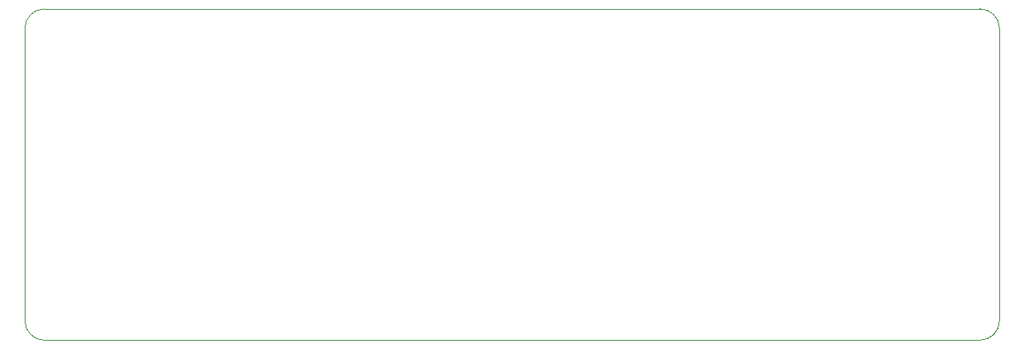
<source format=gm1>
G04 #@! TF.GenerationSoftware,KiCad,Pcbnew,6.0.11-2627ca5db0~126~ubuntu22.04.1*
G04 #@! TF.CreationDate,2024-06-10T16:45:34-04:00*
G04 #@! TF.ProjectId,board,626f6172-642e-46b6-9963-61645f706362,rev?*
G04 #@! TF.SameCoordinates,Original*
G04 #@! TF.FileFunction,Profile,NP*
%FSLAX46Y46*%
G04 Gerber Fmt 4.6, Leading zero omitted, Abs format (unit mm)*
G04 Created by KiCad (PCBNEW 6.0.11-2627ca5db0~126~ubuntu22.04.1) date 2024-06-10 16:45:34*
%MOMM*%
%LPD*%
G01*
G04 APERTURE LIST*
G04 #@! TA.AperFunction,Profile*
%ADD10C,0.100000*%
G04 #@! TD*
G04 APERTURE END LIST*
D10*
X194975000Y-91990000D02*
X98975000Y-91990000D01*
X194975000Y-57990000D02*
X98975000Y-57990000D01*
X194975000Y-91990000D02*
G75*
G03*
X196975000Y-89990000I0J2000000D01*
G01*
X96975000Y-59990000D02*
X96975000Y-89990000D01*
X196975000Y-89990000D02*
X196975000Y-59990000D01*
X98975000Y-57990000D02*
G75*
G03*
X96975000Y-59990000I0J-2000000D01*
G01*
X196975000Y-59990000D02*
G75*
G03*
X194975000Y-57990000I-2000000J0D01*
G01*
X96975000Y-89990000D02*
G75*
G03*
X98975000Y-91990000I2000000J0D01*
G01*
M02*

</source>
